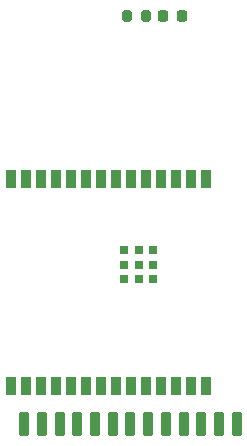
<source format=gtp>
G04 #@! TF.GenerationSoftware,KiCad,Pcbnew,9.0.4*
G04 #@! TF.CreationDate,2025-10-20T22:41:46-04:00*
G04 #@! TF.ProjectId,the-spirit-board,7468652d-7370-4697-9269-742d626f6172,rev?*
G04 #@! TF.SameCoordinates,Original*
G04 #@! TF.FileFunction,Paste,Top*
G04 #@! TF.FilePolarity,Positive*
%FSLAX46Y46*%
G04 Gerber Fmt 4.6, Leading zero omitted, Abs format (unit mm)*
G04 Created by KiCad (PCBNEW 9.0.4) date 2025-10-20 22:41:46*
%MOMM*%
%LPD*%
G01*
G04 APERTURE LIST*
G04 Aperture macros list*
%AMRoundRect*
0 Rectangle with rounded corners*
0 $1 Rounding radius*
0 $2 $3 $4 $5 $6 $7 $8 $9 X,Y pos of 4 corners*
0 Add a 4 corners polygon primitive as box body*
4,1,4,$2,$3,$4,$5,$6,$7,$8,$9,$2,$3,0*
0 Add four circle primitives for the rounded corners*
1,1,$1+$1,$2,$3*
1,1,$1+$1,$4,$5*
1,1,$1+$1,$6,$7*
1,1,$1+$1,$8,$9*
0 Add four rect primitives between the rounded corners*
20,1,$1+$1,$2,$3,$4,$5,0*
20,1,$1+$1,$4,$5,$6,$7,0*
20,1,$1+$1,$6,$7,$8,$9,0*
20,1,$1+$1,$8,$9,$2,$3,0*%
G04 Aperture macros list end*
%ADD10RoundRect,0.120000X-0.280000X0.880000X-0.280000X-0.880000X0.280000X-0.880000X0.280000X0.880000X0*%
%ADD11RoundRect,0.218750X0.218750X0.256250X-0.218750X0.256250X-0.218750X-0.256250X0.218750X-0.256250X0*%
%ADD12RoundRect,0.200000X-0.200000X-0.275000X0.200000X-0.275000X0.200000X0.275000X-0.200000X0.275000X0*%
%ADD13R,0.900000X1.500000*%
%ADD14R,0.800000X0.800000*%
G04 APERTURE END LIST*
D10*
X161500000Y-144000000D03*
X160000000Y-144000000D03*
X158500000Y-144000000D03*
X157000000Y-144000000D03*
X155500000Y-144000000D03*
X154000000Y-144000000D03*
X152500000Y-144000000D03*
X151000000Y-144000000D03*
X149500000Y-144000000D03*
X148000000Y-144000000D03*
X146500000Y-144000000D03*
X145000000Y-144000000D03*
X143500000Y-144000000D03*
D11*
X156870500Y-109474000D03*
X155295500Y-109474000D03*
D12*
X152210000Y-109474000D03*
X153860000Y-109474000D03*
D13*
X158920000Y-123305000D03*
X157650000Y-123305000D03*
X156380000Y-123305000D03*
X155110000Y-123305000D03*
X153840000Y-123305000D03*
X152570000Y-123305000D03*
X151300000Y-123305000D03*
X150030000Y-123305000D03*
X148760000Y-123305000D03*
X147490000Y-123305000D03*
X146220000Y-123305000D03*
X144950000Y-123305000D03*
X143680000Y-123305000D03*
X142410000Y-123305000D03*
X142410000Y-140805000D03*
X143680000Y-140805000D03*
X144950000Y-140805000D03*
X146220000Y-140805000D03*
X147490000Y-140805000D03*
X148760000Y-140805000D03*
X150030000Y-140805000D03*
X151300000Y-140805000D03*
X152570000Y-140805000D03*
X153840000Y-140805000D03*
X155110000Y-140805000D03*
X156380000Y-140805000D03*
X157650000Y-140805000D03*
X158920000Y-140805000D03*
D14*
X153200000Y-130550000D03*
X154450000Y-129300000D03*
X153200000Y-129300000D03*
X151950000Y-129300000D03*
X151950000Y-130550000D03*
X151950000Y-131800000D03*
X153200000Y-131800000D03*
X154450000Y-131800000D03*
X154450000Y-130550000D03*
M02*

</source>
